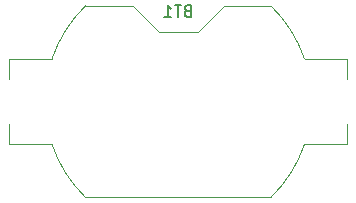
<source format=gbr>
%TF.GenerationSoftware,KiCad,Pcbnew,8.0.4*%
%TF.CreationDate,2024-07-26T23:15:46-04:00*%
%TF.ProjectId,LearningKiCAD,4c656172-6e69-46e6-974b-694341442e6b,0*%
%TF.SameCoordinates,Original*%
%TF.FileFunction,Legend,Bot*%
%TF.FilePolarity,Positive*%
%FSLAX46Y46*%
G04 Gerber Fmt 4.6, Leading zero omitted, Abs format (unit mm)*
G04 Created by KiCad (PCBNEW 8.0.4) date 2024-07-26 23:15:46*
%MOMM*%
%LPD*%
G01*
G04 APERTURE LIST*
%ADD10C,0.150000*%
%ADD11C,0.120000*%
G04 APERTURE END LIST*
D10*
X147135728Y-82339638D02*
X146992871Y-82387257D01*
X146992871Y-82387257D02*
X146945252Y-82434876D01*
X146945252Y-82434876D02*
X146897633Y-82530114D01*
X146897633Y-82530114D02*
X146897633Y-82672971D01*
X146897633Y-82672971D02*
X146945252Y-82768209D01*
X146945252Y-82768209D02*
X146992871Y-82815829D01*
X146992871Y-82815829D02*
X147088109Y-82863448D01*
X147088109Y-82863448D02*
X147469061Y-82863448D01*
X147469061Y-82863448D02*
X147469061Y-81863448D01*
X147469061Y-81863448D02*
X147135728Y-81863448D01*
X147135728Y-81863448D02*
X147040490Y-81911067D01*
X147040490Y-81911067D02*
X146992871Y-81958686D01*
X146992871Y-81958686D02*
X146945252Y-82053924D01*
X146945252Y-82053924D02*
X146945252Y-82149162D01*
X146945252Y-82149162D02*
X146992871Y-82244400D01*
X146992871Y-82244400D02*
X147040490Y-82292019D01*
X147040490Y-82292019D02*
X147135728Y-82339638D01*
X147135728Y-82339638D02*
X147469061Y-82339638D01*
X146611918Y-81863448D02*
X146040490Y-81863448D01*
X146326204Y-82863448D02*
X146326204Y-81863448D01*
X145183347Y-82863448D02*
X145754775Y-82863448D01*
X145469061Y-82863448D02*
X145469061Y-81863448D01*
X145469061Y-81863448D02*
X145564299Y-82006305D01*
X145564299Y-82006305D02*
X145659537Y-82101543D01*
X145659537Y-82101543D02*
X145754775Y-82149162D01*
D11*
%TO.C,BT1*%
X135658014Y-93638629D02*
X132040014Y-93638629D01*
X132040014Y-93638629D02*
X132040014Y-91928629D01*
X132040014Y-86418629D02*
X132040014Y-88128629D01*
X132040014Y-86418629D02*
X135658014Y-86418629D01*
X154197314Y-98138629D02*
X138502714Y-98138629D01*
X138502714Y-81918629D02*
X142490014Y-81918629D01*
X142490014Y-81918629D02*
X144690014Y-84118629D01*
X144690014Y-84118629D02*
X148010014Y-84118629D01*
X150210014Y-81918629D02*
X148010014Y-84118629D01*
X150210014Y-81918629D02*
X154197314Y-81918629D01*
X160660014Y-93638629D02*
X157042014Y-93638629D01*
X160660014Y-93638629D02*
X160660014Y-91928629D01*
X160660014Y-86418629D02*
X160660014Y-88128629D01*
X157042014Y-86418629D02*
X160660014Y-86418629D01*
X138504643Y-98140418D02*
G75*
G02*
X135658015Y-93638629I7845391J8111799D01*
G01*
X135658014Y-86418629D02*
G75*
G02*
X138504643Y-81916840I10691995J-3609996D01*
G01*
X157042014Y-93638629D02*
G75*
G02*
X154195385Y-98140418I-10692000J3610000D01*
G01*
X154195385Y-81916840D02*
G75*
G02*
X157042014Y-86418629I-7845391J-8111801D01*
G01*
%TD*%
M02*

</source>
